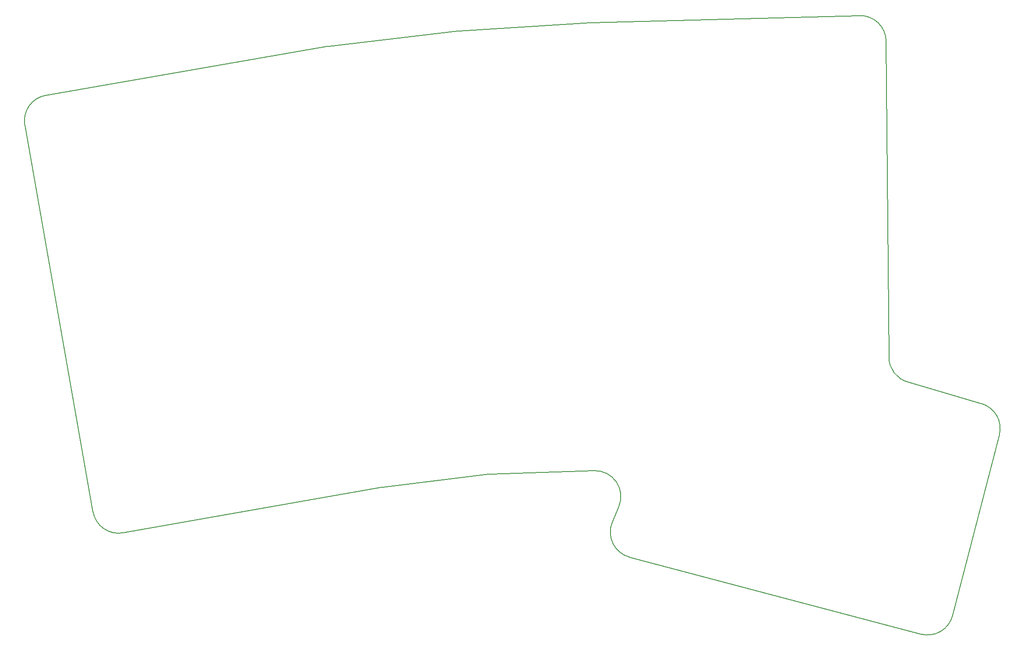
<source format=gbr>
%TF.GenerationSoftware,KiCad,Pcbnew,7.0.10-7.0.10~ubuntu22.04.1*%
%TF.CreationDate,2024-02-29T23:27:09-07:00*%
%TF.ProjectId,boardPcb,626f6172-6450-4636-922e-6b696361645f,v1.0.0*%
%TF.SameCoordinates,Original*%
%TF.FileFunction,Profile,NP*%
%FSLAX46Y46*%
G04 Gerber Fmt 4.6, Leading zero omitted, Abs format (unit mm)*
G04 Created by KiCad (PCBNEW 7.0.10-7.0.10~ubuntu22.04.1) date 2024-02-29 23:27:09*
%MOMM*%
%LPD*%
G01*
G04 APERTURE LIST*
%TA.AperFunction,Profile*%
%ADD10C,0.150000*%
%TD*%
G04 APERTURE END LIST*
D10*
X175609717Y-185344738D02*
X125618069Y-194138129D01*
X110699560Y-109451756D02*
X165122689Y-99986600D01*
X119827842Y-190081970D02*
X106632250Y-115246051D01*
X190611827Y-97000113D02*
G75*
G03*
X190345159Y-97024136I315073J-4989487D01*
G01*
X196694599Y-182791643D02*
G75*
G03*
X196261325Y-182825328I170601J-4997657D01*
G01*
X279861620Y-213750158D02*
X223539185Y-198844948D01*
X220204110Y-192085529D02*
X221478527Y-189032033D01*
X175872093Y-185305733D02*
G75*
G03*
X175609716Y-185344739I603707J-4962867D01*
G01*
X220204085Y-192085518D02*
G75*
G03*
X223539184Y-198844947I4614315J-1925782D01*
G01*
X196261325Y-182825328D02*
X175872093Y-185305731D01*
X277265037Y-164934786D02*
X291594790Y-169138922D01*
X216197189Y-95388007D02*
X268007608Y-94026701D01*
X216693747Y-182109127D02*
X196694599Y-182791644D01*
X295027937Y-175188601D02*
G75*
G03*
X291594789Y-169138921I-4840737J1251901D01*
G01*
X165397670Y-99946613D02*
X190345159Y-97024136D01*
X190611827Y-97000115D02*
X216013438Y-95396219D01*
X273138746Y-98981343D02*
X273672824Y-160180641D01*
X165397670Y-99946611D02*
G75*
G03*
X165122688Y-99986601I581830J-4966289D01*
G01*
X216197189Y-95388008D02*
G75*
G03*
X216013437Y-95396219I131311J-4998392D01*
G01*
X119827841Y-190081970D02*
G75*
G03*
X125618069Y-194138129I4924059J868270D01*
G01*
X295027932Y-175188600D02*
X285981526Y-210168454D01*
X273138732Y-98981343D02*
G75*
G03*
X268007607Y-94026701I-4999832J-43657D01*
G01*
X273672792Y-160180641D02*
G75*
G03*
X277265036Y-164934785I4999808J43641D01*
G01*
X279861616Y-213750175D02*
G75*
G03*
X285981525Y-210168454I1279184J4833575D01*
G01*
X110699557Y-109451737D02*
G75*
G03*
X106632252Y-115246051I856743J-4926063D01*
G01*
X221478517Y-189032029D02*
G75*
G03*
X216693747Y-182109128I-4614217J1925829D01*
G01*
M02*

</source>
